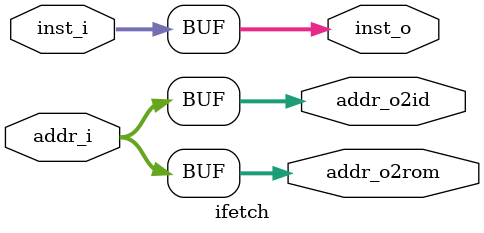
<source format=v>


module ifetch(
    // from pc
    input [6:0] addr_i,
    
    // from rom
    input [15:0] inst_i,
    
    // to rom
    output [6:0] addr_o2rom,
    
    //to if_id
    output [15:0] inst_o,
    output [6:0] addr_o2id

    );
    
    
    assign addr_o2rom = addr_i;
    assign addr_o2id = addr_i;
    assign inst_o = inst_i;
    
    
endmodule
</source>
